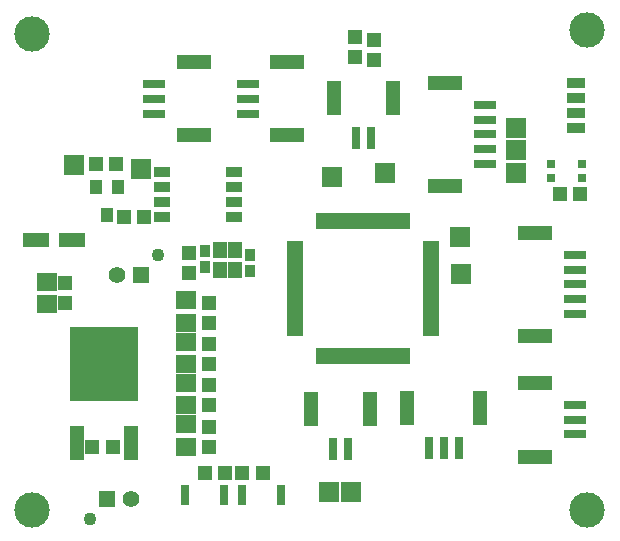
<source format=gbr>
G04 DipTrace 3.2.0.0*
G04 gimbalboard2_TopMask.gbr*
%MOMM*%
G04 #@! TF.FileFunction,Soldermask,Top*
G04 #@! TF.Part,Single*
%ADD47C,1.1*%
%ADD48C,3.0*%
%ADD50R,1.2X1.4*%
%ADD52R,1.6X0.9*%
%ADD54R,5.75X6.35*%
%ADD56R,1.2X2.95*%
%ADD58R,1.343X0.962*%
%ADD60R,0.5X1.4*%
%ADD62R,1.4X0.5*%
%ADD64R,0.68X0.77*%
%ADD66R,1.9X0.8*%
%ADD68R,3.0X1.2*%
%ADD70C,1.4*%
%ADD72R,1.4X1.4*%
%ADD74R,0.8X1.9*%
%ADD76R,1.2X3.0*%
%ADD78R,1.7X1.5*%
%ADD80R,1.0X1.25*%
%ADD82R,2.2X1.2*%
%ADD84R,0.9X1.1*%
%ADD86R,1.2X1.3*%
%ADD88R,1.3X1.2*%
%ADD90R,0.75X1.7*%
%ADD92R,1.7X1.7*%
%FSLAX35Y35*%
G04*
G71*
G90*
G75*
G01*
G04 TopMask*
%LPD*%
D92*
X-3206750Y-2127250D3*
X-3016250D3*
D90*
X-4095750Y-2159000D3*
X-4420750D3*
X-3937000D3*
X-3612000D3*
D84*
X-4256000Y-223750D3*
Y-93750D3*
X-3873500Y-127000D3*
Y-257000D3*
D88*
X-1250250Y390500D3*
X-1080250D3*
D82*
X-5683250Y0D3*
X-5383250D3*
D88*
X-5207000Y-1746250D3*
X-5037000D3*
D92*
X-5365750Y635000D3*
X-4794250Y603250D3*
D80*
X-4989000Y456250D3*
X-5179000D3*
X-5084000Y216250D3*
D78*
X-4413250Y-1047750D3*
Y-857750D3*
Y-1397000D3*
Y-1207000D3*
Y-1746250D3*
Y-1556250D3*
Y-698500D3*
Y-508500D3*
X-5588000Y-349250D3*
Y-539250D3*
D92*
X-2730500Y571500D3*
X-3175000Y539750D3*
D76*
X-1922000Y-1419000D3*
X-2547000D3*
D74*
X-2107000Y-1754000D3*
X-2232000D3*
X-2357000D3*
D72*
X-5080000Y-2190750D3*
D70*
X-4880000D3*
D47*
X-5230000Y-2360750D3*
D72*
X-4800000Y-295250D3*
D70*
X-5000000D3*
D47*
X-4650000Y-125250D3*
D68*
X-1460500Y-1206500D3*
Y-1831500D3*
D66*
X-1125500Y-1391500D3*
Y-1516500D3*
Y-1641500D3*
D76*
X-2661750Y1206000D3*
X-3161750D3*
D74*
X-2846750Y871000D3*
X-2971750D3*
D68*
X-2222500Y1333500D3*
Y463500D3*
D66*
X-1887500Y1023500D3*
Y898500D3*
Y1148500D3*
Y773500D3*
Y648500D3*
D68*
X-1460500Y63500D3*
Y-806500D3*
D66*
X-1125500Y-246500D3*
Y-371500D3*
Y-121500D3*
Y-496500D3*
Y-621500D3*
D68*
X-4349750Y889000D3*
Y1514000D3*
D66*
X-4684750Y1074000D3*
Y1199000D3*
Y1324000D3*
D68*
X-3556000Y889000D3*
Y1514000D3*
D66*
X-3891000Y1074000D3*
Y1199000D3*
Y1324000D3*
D76*
X-2857500Y-1428750D3*
X-3357500D3*
D74*
X-3042500Y-1763750D3*
X-3167500D3*
D86*
X-4391750Y-275500D3*
Y-105500D3*
D88*
X-5179500Y646750D3*
X-5009500D3*
X-4766750Y202250D3*
X-4936750D3*
D86*
X-2825750Y1524000D3*
Y1694000D3*
X-2984500Y1555750D3*
Y1725750D3*
X-4222750Y-1746250D3*
Y-1576250D3*
Y-1397000D3*
Y-1227000D3*
Y-1047750D3*
Y-877750D3*
Y-698500D3*
Y-528500D3*
D88*
X-3767000Y-1968500D3*
X-3937000D3*
X-4254500D3*
X-4084500D3*
D86*
X-5439500Y-359500D3*
Y-529500D3*
D64*
X-1059750Y644500D3*
X-1321750D3*
X-1059750Y528500D3*
X-1321750D3*
D92*
X-2090500Y-285750D3*
X-2095500Y31750D3*
D62*
X-3492500Y-31750D3*
Y-81750D3*
Y-131750D3*
Y-181750D3*
Y-231750D3*
Y-281750D3*
Y-331750D3*
Y-381750D3*
Y-431750D3*
Y-481750D3*
Y-531750D3*
Y-581750D3*
Y-631750D3*
Y-681750D3*
Y-731750D3*
Y-781750D3*
D60*
X-3292500Y-981750D3*
X-3242500D3*
X-3192500D3*
X-3142500D3*
X-3092500D3*
X-3042500D3*
X-2992500D3*
X-2942500D3*
X-2892500D3*
X-2842500D3*
X-2792500D3*
X-2742500D3*
X-2692500D3*
X-2642500D3*
X-2592500D3*
X-2542500D3*
D62*
X-2342500Y-781750D3*
Y-731750D3*
Y-681750D3*
Y-631750D3*
Y-581750D3*
Y-531750D3*
Y-481750D3*
Y-431750D3*
Y-381750D3*
Y-331750D3*
Y-281750D3*
Y-231750D3*
Y-181750D3*
Y-131750D3*
Y-81750D3*
Y-31750D3*
D60*
X-2542500Y168250D3*
X-2592500D3*
X-2642500D3*
X-2692500D3*
X-2742500D3*
X-2792500D3*
X-2842500D3*
X-2892500D3*
X-2942500D3*
X-2992500D3*
X-3042500D3*
X-3092500D3*
X-3142500D3*
X-3192500D3*
X-3242500D3*
X-3292500D3*
D58*
X-4004750Y202250D3*
Y329250D3*
Y456250D3*
Y583250D3*
X-4615617D3*
Y456250D3*
Y329250D3*
Y202250D3*
D56*
X-5334000Y-1714500D3*
X-4878000D3*
D54*
X-5106000Y-1044500D3*
D52*
X-1111250Y952500D3*
Y1079500D3*
Y1206500D3*
Y1333500D3*
D92*
X-1619250Y952500D3*
Y762000D3*
Y571500D3*
D50*
X-4127500Y-254000D3*
X-3997500D3*
X-4127500Y-84000D3*
X-3997500D3*
D48*
X-1016000Y1778000D3*
X-5715000Y1746250D3*
Y-2286000D3*
X-1016000D3*
M02*

</source>
